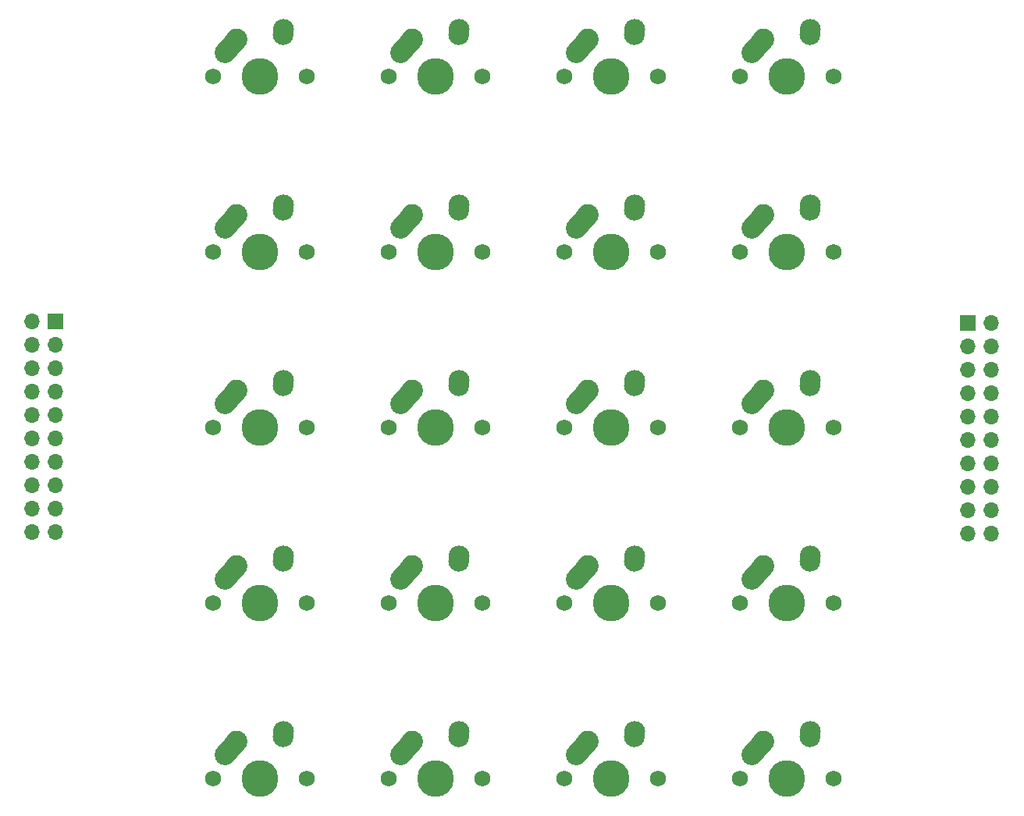
<source format=gbs>
G04 #@! TF.GenerationSoftware,KiCad,Pcbnew,(6.0.9)*
G04 #@! TF.CreationDate,2023-04-02T22:42:08-05:00*
G04 #@! TF.ProjectId,Number Pad,4e756d62-6572-4205-9061-642e6b696361,rev?*
G04 #@! TF.SameCoordinates,Original*
G04 #@! TF.FileFunction,Soldermask,Bot*
G04 #@! TF.FilePolarity,Negative*
%FSLAX46Y46*%
G04 Gerber Fmt 4.6, Leading zero omitted, Abs format (unit mm)*
G04 Created by KiCad (PCBNEW (6.0.9)) date 2023-04-02 22:42:08*
%MOMM*%
%LPD*%
G01*
G04 APERTURE LIST*
G04 Aperture macros list*
%AMHorizOval*
0 Thick line with rounded ends*
0 $1 width*
0 $2 $3 position (X,Y) of the first rounded end (center of the circle)*
0 $4 $5 position (X,Y) of the second rounded end (center of the circle)*
0 Add line between two ends*
20,1,$1,$2,$3,$4,$5,0*
0 Add two circle primitives to create the rounded ends*
1,1,$1,$2,$3*
1,1,$1,$4,$5*%
G04 Aperture macros list end*
%ADD10C,3.987800*%
%ADD11C,1.750000*%
%ADD12HorizOval,2.250000X0.655001X0.730000X-0.655001X-0.730000X0*%
%ADD13C,2.250000*%
%ADD14HorizOval,2.250000X0.020000X0.290000X-0.020000X-0.290000X0*%
%ADD15R,1.700000X1.700000*%
%ADD16O,1.700000X1.700000*%
G04 APERTURE END LIST*
D10*
X50006250Y-62706250D03*
D11*
X55086250Y-62706250D03*
X44926250Y-62706250D03*
D12*
X46851251Y-59436250D03*
D13*
X47506250Y-58706250D03*
D14*
X52526250Y-57916250D03*
D13*
X52546250Y-57626250D03*
D10*
X50006250Y-43656250D03*
D11*
X55086250Y-43656250D03*
X44926250Y-43656250D03*
D12*
X46851251Y-40386250D03*
D13*
X47506250Y-39656250D03*
X52546250Y-38576250D03*
D14*
X52526250Y-38866250D03*
D10*
X88106250Y-100806250D03*
D11*
X93186250Y-100806250D03*
X83026250Y-100806250D03*
D13*
X85606250Y-96806250D03*
D12*
X84951251Y-97536250D03*
D14*
X90626250Y-96016250D03*
D13*
X90646250Y-95726250D03*
D10*
X88106250Y-62706250D03*
D11*
X93186250Y-62706250D03*
X83026250Y-62706250D03*
D13*
X85606250Y-58706250D03*
D12*
X84951251Y-59436250D03*
D13*
X90646250Y-57626250D03*
D14*
X90626250Y-57916250D03*
D11*
X102076250Y-62706250D03*
D10*
X107156250Y-62706250D03*
D11*
X112236250Y-62706250D03*
D12*
X104001251Y-59436250D03*
D13*
X104656250Y-58706250D03*
X109696250Y-57626250D03*
D14*
X109676250Y-57916250D03*
D11*
X44926250Y-81756250D03*
D10*
X50006250Y-81756250D03*
D11*
X55086250Y-81756250D03*
D13*
X47506250Y-77756250D03*
D12*
X46851251Y-78486250D03*
D14*
X52526250Y-76966250D03*
D13*
X52546250Y-76676250D03*
D10*
X88106250Y-81756250D03*
D11*
X83026250Y-81756250D03*
X93186250Y-81756250D03*
D13*
X85606250Y-77756250D03*
D12*
X84951251Y-78486250D03*
D14*
X90626250Y-76966250D03*
D13*
X90646250Y-76676250D03*
D15*
X126841250Y-51435000D03*
D16*
X129381250Y-51435000D03*
X126841250Y-53975000D03*
X129381250Y-53975000D03*
X126841250Y-56515000D03*
X129381250Y-56515000D03*
X126841250Y-59055000D03*
X129381250Y-59055000D03*
X126841250Y-61595000D03*
X129381250Y-61595000D03*
X126841250Y-64135000D03*
X129381250Y-64135000D03*
X126841250Y-66675000D03*
X129381250Y-66675000D03*
X126841250Y-69215000D03*
X129381250Y-69215000D03*
X126841250Y-71755000D03*
X129381250Y-71755000D03*
X126841250Y-74295000D03*
X129381250Y-74295000D03*
D11*
X44926250Y-100806250D03*
D10*
X50006250Y-100806250D03*
D11*
X55086250Y-100806250D03*
D13*
X47506250Y-96806250D03*
D12*
X46851251Y-97536250D03*
D13*
X52546250Y-95726250D03*
D14*
X52526250Y-96016250D03*
D11*
X63976250Y-81756250D03*
D10*
X69056250Y-81756250D03*
D11*
X74136250Y-81756250D03*
D12*
X65901251Y-78486250D03*
D13*
X66556250Y-77756250D03*
X71596250Y-76676250D03*
D14*
X71576250Y-76966250D03*
D10*
X69056250Y-24606250D03*
D11*
X63976250Y-24606250D03*
X74136250Y-24606250D03*
D12*
X65901251Y-21336250D03*
D13*
X66556250Y-20606250D03*
X71596250Y-19526250D03*
D14*
X71576250Y-19816250D03*
D10*
X69056250Y-43656250D03*
D11*
X74136250Y-43656250D03*
X63976250Y-43656250D03*
D12*
X65901251Y-40386250D03*
D13*
X66556250Y-39656250D03*
D14*
X71576250Y-38866250D03*
D13*
X71596250Y-38576250D03*
D10*
X88106250Y-43656250D03*
D11*
X93186250Y-43656250D03*
X83026250Y-43656250D03*
D12*
X84951251Y-40386250D03*
D13*
X85606250Y-39656250D03*
D14*
X90626250Y-38866250D03*
D13*
X90646250Y-38576250D03*
D10*
X50006250Y-24606250D03*
D11*
X44926250Y-24606250D03*
X55086250Y-24606250D03*
D13*
X47506250Y-20606250D03*
D12*
X46851251Y-21336250D03*
D13*
X52546250Y-19526250D03*
D14*
X52526250Y-19816250D03*
D11*
X102076250Y-43656250D03*
D10*
X107156250Y-43656250D03*
D11*
X112236250Y-43656250D03*
D12*
X104001251Y-40386250D03*
D13*
X104656250Y-39656250D03*
D14*
X109676250Y-38866250D03*
D13*
X109696250Y-38576250D03*
D11*
X102076250Y-81756250D03*
D10*
X107156250Y-81756250D03*
D11*
X112236250Y-81756250D03*
D12*
X104001251Y-78486250D03*
D13*
X104656250Y-77756250D03*
D14*
X109676250Y-76966250D03*
D13*
X109696250Y-76676250D03*
D11*
X112236250Y-100806250D03*
D10*
X107156250Y-100806250D03*
D11*
X102076250Y-100806250D03*
D13*
X104656250Y-96806250D03*
D12*
X104001251Y-97536250D03*
D14*
X109676250Y-96016250D03*
D13*
X109696250Y-95726250D03*
D11*
X63976250Y-100806250D03*
D10*
X69056250Y-100806250D03*
D11*
X74136250Y-100806250D03*
D13*
X66556250Y-96806250D03*
D12*
X65901251Y-97536250D03*
D13*
X71596250Y-95726250D03*
D14*
X71576250Y-96016250D03*
D15*
X27850000Y-51256250D03*
D16*
X25310000Y-51256250D03*
X27850000Y-53796250D03*
X25310000Y-53796250D03*
X27850000Y-56336250D03*
X25310000Y-56336250D03*
X27850000Y-58876250D03*
X25310000Y-58876250D03*
X27850000Y-61416250D03*
X25310000Y-61416250D03*
X27850000Y-63956250D03*
X25310000Y-63956250D03*
X27850000Y-66496250D03*
X25310000Y-66496250D03*
X27850000Y-69036250D03*
X25310000Y-69036250D03*
X27850000Y-71576250D03*
X25310000Y-71576250D03*
X27850000Y-74116250D03*
X25310000Y-74116250D03*
D11*
X74136250Y-62706250D03*
D10*
X69056250Y-62706250D03*
D11*
X63976250Y-62706250D03*
D12*
X65901251Y-59436250D03*
D13*
X66556250Y-58706250D03*
X71596250Y-57626250D03*
D14*
X71576250Y-57916250D03*
D11*
X102076250Y-24606250D03*
X112236250Y-24606250D03*
D10*
X107156250Y-24606250D03*
D12*
X104001251Y-21336250D03*
D13*
X104656250Y-20606250D03*
X109696250Y-19526250D03*
D14*
X109676250Y-19816250D03*
D11*
X93186250Y-24606250D03*
X83026250Y-24606250D03*
D10*
X88106250Y-24606250D03*
D12*
X84951251Y-21336250D03*
D13*
X85606250Y-20606250D03*
X90646250Y-19526250D03*
D14*
X90626250Y-19816250D03*
M02*

</source>
